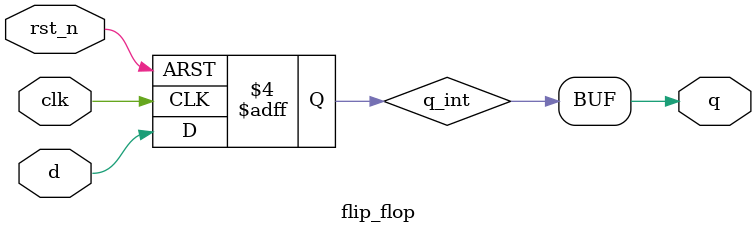
<source format=v>
`timescale 1ns / 1ps


module flip_flop(
    input clk,
    input rst_n,
    input d,
    output q
    );
    
    // internal register
    reg q_int;
    
    // define initialization sequence (for simulation only)
    initial
    begin
        q_int <= 0;
    end
    
    // detect positive edge of clock or negative edge of reset line
    always @ (posedge clk, negedge rst_n)
    begin
        if (!rst_n)
            q_int <= 0;  // set internal register to zero if reset
        else
            q_int <= d;  // set internal register to input d
    end
    
    assign q = q_int;  // set output signal
    
endmodule





</source>
